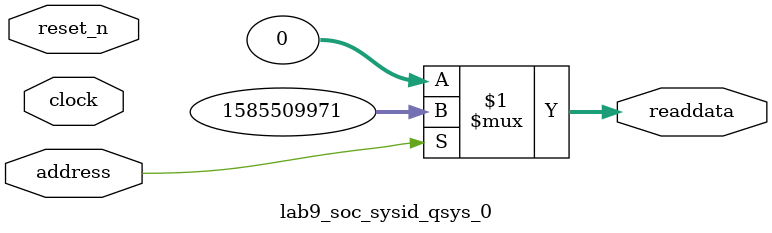
<source format=v>



// synthesis translate_off
`timescale 1ns / 1ps
// synthesis translate_on

// turn off superfluous verilog processor warnings 
// altera message_level Level1 
// altera message_off 10034 10035 10036 10037 10230 10240 10030 

module lab9_soc_sysid_qsys_0 (
               // inputs:
                address,
                clock,
                reset_n,

               // outputs:
                readdata
             )
;

  output  [ 31: 0] readdata;
  input            address;
  input            clock;
  input            reset_n;

  wire    [ 31: 0] readdata;
  //control_slave, which is an e_avalon_slave
  assign readdata = address ? 1585509971 : 0;

endmodule



</source>
